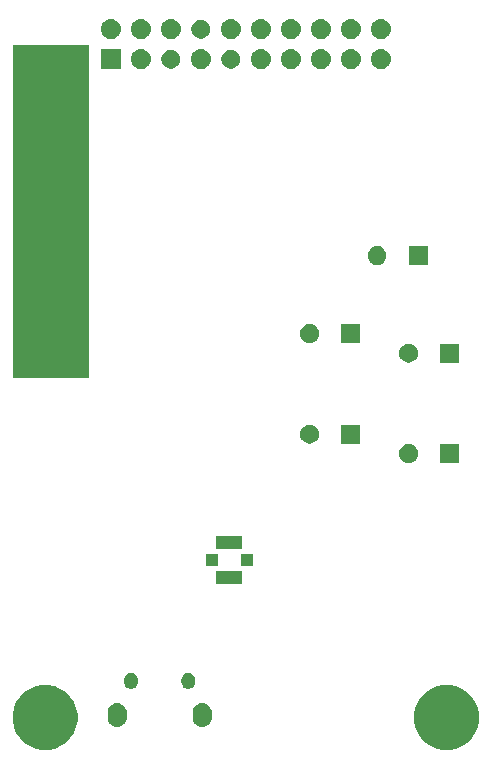
<source format=gbs>
G04 #@! TF.GenerationSoftware,KiCad,Pcbnew,5.1.4-e60b266~84~ubuntu19.04.1*
G04 #@! TF.CreationDate,2019-10-04T13:32:44+08:00*
G04 #@! TF.ProjectId,cicada-2g,63696361-6461-42d3-9267-2e6b69636164,0.1*
G04 #@! TF.SameCoordinates,PX7cee6c0PY3dfd240*
G04 #@! TF.FileFunction,Soldermask,Bot*
G04 #@! TF.FilePolarity,Negative*
%FSLAX46Y46*%
G04 Gerber Fmt 4.6, Leading zero omitted, Abs format (unit mm)*
G04 Created by KiCad (PCBNEW 5.1.4-e60b266~84~ubuntu19.04.1) date 2019-10-04 13:32:44*
%MOMM*%
%LPD*%
G04 APERTURE LIST*
%ADD10C,0.150000*%
G04 APERTURE END LIST*
D10*
G36*
X17802144Y-54355680D02*
G01*
X18302612Y-54562981D01*
X18753022Y-54863935D01*
X19136065Y-55246978D01*
X19437019Y-55697388D01*
X19644320Y-56197856D01*
X19750000Y-56729147D01*
X19750000Y-57270853D01*
X19644320Y-57802144D01*
X19437019Y-58302612D01*
X19136065Y-58753022D01*
X18753022Y-59136065D01*
X18302612Y-59437019D01*
X17802144Y-59644320D01*
X17270853Y-59750000D01*
X16729147Y-59750000D01*
X16197856Y-59644320D01*
X15697388Y-59437019D01*
X15246978Y-59136065D01*
X14863935Y-58753022D01*
X14562981Y-58302612D01*
X14355680Y-57802144D01*
X14250000Y-57270853D01*
X14250000Y-56729147D01*
X14355680Y-56197856D01*
X14562981Y-55697388D01*
X14863935Y-55246978D01*
X15246978Y-54863935D01*
X15697388Y-54562981D01*
X16197856Y-54355680D01*
X16729147Y-54250000D01*
X17270853Y-54250000D01*
X17802144Y-54355680D01*
X17802144Y-54355680D01*
G37*
G36*
X-16197856Y-54355680D02*
G01*
X-15697388Y-54562981D01*
X-15246978Y-54863935D01*
X-14863935Y-55246978D01*
X-14562981Y-55697388D01*
X-14355680Y-56197856D01*
X-14250000Y-56729147D01*
X-14250000Y-57270853D01*
X-14355680Y-57802144D01*
X-14562981Y-58302612D01*
X-14863935Y-58753022D01*
X-15246978Y-59136065D01*
X-15697388Y-59437019D01*
X-16197856Y-59644320D01*
X-16729147Y-59750000D01*
X-17270853Y-59750000D01*
X-17802144Y-59644320D01*
X-18302612Y-59437019D01*
X-18753022Y-59136065D01*
X-19136065Y-58753022D01*
X-19437019Y-58302612D01*
X-19644320Y-57802144D01*
X-19750000Y-57270853D01*
X-19750000Y-56729147D01*
X-19644320Y-56197856D01*
X-19437019Y-55697388D01*
X-19136065Y-55246978D01*
X-18753022Y-54863935D01*
X-18302612Y-54562981D01*
X-17802144Y-54355680D01*
X-17270853Y-54250000D01*
X-16729147Y-54250000D01*
X-16197856Y-54355680D01*
X-16197856Y-54355680D01*
G37*
G36*
X-10740825Y-55811749D02*
G01*
X-10740822Y-55811750D01*
X-10740821Y-55811750D01*
X-10587759Y-55858181D01*
X-10587756Y-55858183D01*
X-10587755Y-55858183D01*
X-10446697Y-55933580D01*
X-10323051Y-56035052D01*
X-10221580Y-56158696D01*
X-10200649Y-56197855D01*
X-10146181Y-56299758D01*
X-10146181Y-56299759D01*
X-10099749Y-56452824D01*
X-10088000Y-56572115D01*
X-10088000Y-57027884D01*
X-10099749Y-57147176D01*
X-10099750Y-57147179D01*
X-10099750Y-57147180D01*
X-10146181Y-57300242D01*
X-10146183Y-57300245D01*
X-10146183Y-57300246D01*
X-10221580Y-57441304D01*
X-10323051Y-57564949D01*
X-10446696Y-57666420D01*
X-10587754Y-57741817D01*
X-10587758Y-57741819D01*
X-10740820Y-57788250D01*
X-10740821Y-57788250D01*
X-10740824Y-57788251D01*
X-10900000Y-57803928D01*
X-11059175Y-57788251D01*
X-11059178Y-57788250D01*
X-11059179Y-57788250D01*
X-11212241Y-57741819D01*
X-11212245Y-57741817D01*
X-11353303Y-57666420D01*
X-11476945Y-57564951D01*
X-11578422Y-57441301D01*
X-11653817Y-57300246D01*
X-11653817Y-57300245D01*
X-11653819Y-57300242D01*
X-11700250Y-57147180D01*
X-11700250Y-57147179D01*
X-11700251Y-57147176D01*
X-11712000Y-57027885D01*
X-11712000Y-56572116D01*
X-11700251Y-56452825D01*
X-11700250Y-56452821D01*
X-11653819Y-56299759D01*
X-11578419Y-56158696D01*
X-11578418Y-56158695D01*
X-11476948Y-56035051D01*
X-11353304Y-55933580D01*
X-11212246Y-55858183D01*
X-11212245Y-55858183D01*
X-11212242Y-55858181D01*
X-11059180Y-55811750D01*
X-11059179Y-55811750D01*
X-11059176Y-55811749D01*
X-10900000Y-55796072D01*
X-10740825Y-55811749D01*
X-10740825Y-55811749D01*
G37*
G36*
X-3540825Y-55811749D02*
G01*
X-3540822Y-55811750D01*
X-3540821Y-55811750D01*
X-3387759Y-55858181D01*
X-3387756Y-55858183D01*
X-3387755Y-55858183D01*
X-3246697Y-55933580D01*
X-3123051Y-56035052D01*
X-3021580Y-56158696D01*
X-3000649Y-56197855D01*
X-2946181Y-56299758D01*
X-2946181Y-56299759D01*
X-2899749Y-56452824D01*
X-2888000Y-56572115D01*
X-2888000Y-57027884D01*
X-2899749Y-57147176D01*
X-2899750Y-57147179D01*
X-2899750Y-57147180D01*
X-2946181Y-57300242D01*
X-2946183Y-57300245D01*
X-2946183Y-57300246D01*
X-3021580Y-57441304D01*
X-3123051Y-57564949D01*
X-3246696Y-57666420D01*
X-3387754Y-57741817D01*
X-3387758Y-57741819D01*
X-3540820Y-57788250D01*
X-3540821Y-57788250D01*
X-3540824Y-57788251D01*
X-3700000Y-57803928D01*
X-3859175Y-57788251D01*
X-3859178Y-57788250D01*
X-3859179Y-57788250D01*
X-4012241Y-57741819D01*
X-4012245Y-57741817D01*
X-4153303Y-57666420D01*
X-4276945Y-57564951D01*
X-4378422Y-57441301D01*
X-4453817Y-57300246D01*
X-4453817Y-57300245D01*
X-4453819Y-57300242D01*
X-4500250Y-57147180D01*
X-4500250Y-57147179D01*
X-4500251Y-57147176D01*
X-4512000Y-57027885D01*
X-4512000Y-56572116D01*
X-4500251Y-56452825D01*
X-4500250Y-56452821D01*
X-4453819Y-56299759D01*
X-4378419Y-56158696D01*
X-4378418Y-56158695D01*
X-4276948Y-56035051D01*
X-4153304Y-55933580D01*
X-4012246Y-55858183D01*
X-4012245Y-55858183D01*
X-4012242Y-55858181D01*
X-3859180Y-55811750D01*
X-3859179Y-55811750D01*
X-3859176Y-55811749D01*
X-3700000Y-55796072D01*
X-3540825Y-55811749D01*
X-3540825Y-55811749D01*
G37*
G36*
X-9622387Y-53232325D02*
G01*
X-9612280Y-53233320D01*
X-9558087Y-53249760D01*
X-9503893Y-53266199D01*
X-9404003Y-53319592D01*
X-9316446Y-53391446D01*
X-9244592Y-53479002D01*
X-9191199Y-53578892D01*
X-9158320Y-53687280D01*
X-9150000Y-53771754D01*
X-9150000Y-54028245D01*
X-9157131Y-54100651D01*
X-9158320Y-54112720D01*
X-9174760Y-54166913D01*
X-9191199Y-54221107D01*
X-9191200Y-54221108D01*
X-9244592Y-54320998D01*
X-9266917Y-54348201D01*
X-9316446Y-54408554D01*
X-9404002Y-54480408D01*
X-9503892Y-54533801D01*
X-9558086Y-54550241D01*
X-9612279Y-54566680D01*
X-9622386Y-54567675D01*
X-9725000Y-54577782D01*
X-9827613Y-54567675D01*
X-9837720Y-54566680D01*
X-9891913Y-54550241D01*
X-9946107Y-54533801D01*
X-10045997Y-54480408D01*
X-10133553Y-54408554D01*
X-10205407Y-54320998D01*
X-10258801Y-54221108D01*
X-10291680Y-54112720D01*
X-10300000Y-54028246D01*
X-10300000Y-53771755D01*
X-10291680Y-53687281D01*
X-10291679Y-53687279D01*
X-10258801Y-53578894D01*
X-10258801Y-53578893D01*
X-10205408Y-53479003D01*
X-10133554Y-53391446D01*
X-10045998Y-53319592D01*
X-9946108Y-53266199D01*
X-9891914Y-53249760D01*
X-9837721Y-53233320D01*
X-9827614Y-53232325D01*
X-9725000Y-53222218D01*
X-9622387Y-53232325D01*
X-9622387Y-53232325D01*
G37*
G36*
X-4772387Y-53232325D02*
G01*
X-4762280Y-53233320D01*
X-4708087Y-53249760D01*
X-4653893Y-53266199D01*
X-4554003Y-53319592D01*
X-4466446Y-53391446D01*
X-4394592Y-53479002D01*
X-4341199Y-53578892D01*
X-4308320Y-53687280D01*
X-4300000Y-53771754D01*
X-4300000Y-54028245D01*
X-4307131Y-54100651D01*
X-4308320Y-54112720D01*
X-4324760Y-54166913D01*
X-4341199Y-54221107D01*
X-4341200Y-54221108D01*
X-4394592Y-54320998D01*
X-4416917Y-54348201D01*
X-4466446Y-54408554D01*
X-4554002Y-54480408D01*
X-4653892Y-54533801D01*
X-4708086Y-54550241D01*
X-4762279Y-54566680D01*
X-4772386Y-54567675D01*
X-4875000Y-54577782D01*
X-4977613Y-54567675D01*
X-4987720Y-54566680D01*
X-5041913Y-54550241D01*
X-5096107Y-54533801D01*
X-5195997Y-54480408D01*
X-5283553Y-54408554D01*
X-5355407Y-54320998D01*
X-5408801Y-54221108D01*
X-5441680Y-54112720D01*
X-5450000Y-54028246D01*
X-5450000Y-53771755D01*
X-5441680Y-53687281D01*
X-5441679Y-53687279D01*
X-5408801Y-53578894D01*
X-5408801Y-53578893D01*
X-5355408Y-53479003D01*
X-5283554Y-53391446D01*
X-5195998Y-53319592D01*
X-5096108Y-53266199D01*
X-5041914Y-53249760D01*
X-4987721Y-53233320D01*
X-4977614Y-53232325D01*
X-4875000Y-53222218D01*
X-4772387Y-53232325D01*
X-4772387Y-53232325D01*
G37*
G36*
X-290000Y-45690000D02*
G01*
X-2490000Y-45690000D01*
X-2490000Y-44640000D01*
X-290000Y-44640000D01*
X-290000Y-45690000D01*
X-290000Y-45690000D01*
G37*
G36*
X610000Y-44190000D02*
G01*
X-390000Y-44190000D01*
X-390000Y-43190000D01*
X610000Y-43190000D01*
X610000Y-44190000D01*
X610000Y-44190000D01*
G37*
G36*
X-2390000Y-44190000D02*
G01*
X-3390000Y-44190000D01*
X-3390000Y-43190000D01*
X-2390000Y-43190000D01*
X-2390000Y-44190000D01*
X-2390000Y-44190000D01*
G37*
G36*
X-290000Y-42740000D02*
G01*
X-2490000Y-42740000D01*
X-2490000Y-41690000D01*
X-290000Y-41690000D01*
X-290000Y-42740000D01*
X-290000Y-42740000D01*
G37*
G36*
X18072000Y-35471000D02*
G01*
X16472000Y-35471000D01*
X16472000Y-33871000D01*
X18072000Y-33871000D01*
X18072000Y-35471000D01*
X18072000Y-35471000D01*
G37*
G36*
X14005351Y-33901743D02*
G01*
X14150941Y-33962048D01*
X14281970Y-34049599D01*
X14393401Y-34161030D01*
X14480952Y-34292059D01*
X14541257Y-34437649D01*
X14572000Y-34592206D01*
X14572000Y-34749794D01*
X14541257Y-34904351D01*
X14480952Y-35049941D01*
X14393401Y-35180970D01*
X14281970Y-35292401D01*
X14150941Y-35379952D01*
X14005351Y-35440257D01*
X13850794Y-35471000D01*
X13693206Y-35471000D01*
X13538649Y-35440257D01*
X13393059Y-35379952D01*
X13262030Y-35292401D01*
X13150599Y-35180970D01*
X13063048Y-35049941D01*
X13002743Y-34904351D01*
X12972000Y-34749794D01*
X12972000Y-34592206D01*
X13002743Y-34437649D01*
X13063048Y-34292059D01*
X13150599Y-34161030D01*
X13262030Y-34049599D01*
X13393059Y-33962048D01*
X13538649Y-33901743D01*
X13693206Y-33871000D01*
X13850794Y-33871000D01*
X14005351Y-33901743D01*
X14005351Y-33901743D01*
G37*
G36*
X9690000Y-33820000D02*
G01*
X8090000Y-33820000D01*
X8090000Y-32220000D01*
X9690000Y-32220000D01*
X9690000Y-33820000D01*
X9690000Y-33820000D01*
G37*
G36*
X5623351Y-32250743D02*
G01*
X5768941Y-32311048D01*
X5899970Y-32398599D01*
X6011401Y-32510030D01*
X6098952Y-32641059D01*
X6159257Y-32786649D01*
X6190000Y-32941206D01*
X6190000Y-33098794D01*
X6159257Y-33253351D01*
X6098952Y-33398941D01*
X6011401Y-33529970D01*
X5899970Y-33641401D01*
X5768941Y-33728952D01*
X5623351Y-33789257D01*
X5468794Y-33820000D01*
X5311206Y-33820000D01*
X5156649Y-33789257D01*
X5011059Y-33728952D01*
X4880030Y-33641401D01*
X4768599Y-33529970D01*
X4681048Y-33398941D01*
X4620743Y-33253351D01*
X4590000Y-33098794D01*
X4590000Y-32941206D01*
X4620743Y-32786649D01*
X4681048Y-32641059D01*
X4768599Y-32510030D01*
X4880030Y-32398599D01*
X5011059Y-32311048D01*
X5156649Y-32250743D01*
X5311206Y-32220000D01*
X5468794Y-32220000D01*
X5623351Y-32250743D01*
X5623351Y-32250743D01*
G37*
G36*
X-13250000Y-28240000D02*
G01*
X-19750000Y-28240000D01*
X-19750000Y-40000D01*
X-13250000Y-40000D01*
X-13250000Y-28240000D01*
X-13250000Y-28240000D01*
G37*
G36*
X14005351Y-25392743D02*
G01*
X14150941Y-25453048D01*
X14281970Y-25540599D01*
X14393401Y-25652030D01*
X14480952Y-25783059D01*
X14541257Y-25928649D01*
X14572000Y-26083206D01*
X14572000Y-26240794D01*
X14541257Y-26395351D01*
X14480952Y-26540941D01*
X14393401Y-26671970D01*
X14281970Y-26783401D01*
X14150941Y-26870952D01*
X14005351Y-26931257D01*
X13850794Y-26962000D01*
X13693206Y-26962000D01*
X13538649Y-26931257D01*
X13393059Y-26870952D01*
X13262030Y-26783401D01*
X13150599Y-26671970D01*
X13063048Y-26540941D01*
X13002743Y-26395351D01*
X12972000Y-26240794D01*
X12972000Y-26083206D01*
X13002743Y-25928649D01*
X13063048Y-25783059D01*
X13150599Y-25652030D01*
X13262030Y-25540599D01*
X13393059Y-25453048D01*
X13538649Y-25392743D01*
X13693206Y-25362000D01*
X13850794Y-25362000D01*
X14005351Y-25392743D01*
X14005351Y-25392743D01*
G37*
G36*
X18072000Y-26962000D02*
G01*
X16472000Y-26962000D01*
X16472000Y-25362000D01*
X18072000Y-25362000D01*
X18072000Y-26962000D01*
X18072000Y-26962000D01*
G37*
G36*
X9690000Y-25311000D02*
G01*
X8090000Y-25311000D01*
X8090000Y-23711000D01*
X9690000Y-23711000D01*
X9690000Y-25311000D01*
X9690000Y-25311000D01*
G37*
G36*
X5623351Y-23741743D02*
G01*
X5768941Y-23802048D01*
X5899970Y-23889599D01*
X6011401Y-24001030D01*
X6098952Y-24132059D01*
X6159257Y-24277649D01*
X6190000Y-24432206D01*
X6190000Y-24589794D01*
X6159257Y-24744351D01*
X6098952Y-24889941D01*
X6011401Y-25020970D01*
X5899970Y-25132401D01*
X5768941Y-25219952D01*
X5623351Y-25280257D01*
X5468794Y-25311000D01*
X5311206Y-25311000D01*
X5156649Y-25280257D01*
X5011059Y-25219952D01*
X4880030Y-25132401D01*
X4768599Y-25020970D01*
X4681048Y-24889941D01*
X4620743Y-24744351D01*
X4590000Y-24589794D01*
X4590000Y-24432206D01*
X4620743Y-24277649D01*
X4681048Y-24132059D01*
X4768599Y-24001030D01*
X4880030Y-23889599D01*
X5011059Y-23802048D01*
X5156649Y-23741743D01*
X5311206Y-23711000D01*
X5468794Y-23711000D01*
X5623351Y-23741743D01*
X5623351Y-23741743D01*
G37*
G36*
X11338351Y-17137743D02*
G01*
X11483941Y-17198048D01*
X11614970Y-17285599D01*
X11726401Y-17397030D01*
X11813952Y-17528059D01*
X11874257Y-17673649D01*
X11905000Y-17828206D01*
X11905000Y-17985794D01*
X11874257Y-18140351D01*
X11813952Y-18285941D01*
X11726401Y-18416970D01*
X11614970Y-18528401D01*
X11483941Y-18615952D01*
X11338351Y-18676257D01*
X11183794Y-18707000D01*
X11026206Y-18707000D01*
X10871649Y-18676257D01*
X10726059Y-18615952D01*
X10595030Y-18528401D01*
X10483599Y-18416970D01*
X10396048Y-18285941D01*
X10335743Y-18140351D01*
X10305000Y-17985794D01*
X10305000Y-17828206D01*
X10335743Y-17673649D01*
X10396048Y-17528059D01*
X10483599Y-17397030D01*
X10595030Y-17285599D01*
X10726059Y-17198048D01*
X10871649Y-17137743D01*
X11026206Y-17107000D01*
X11183794Y-17107000D01*
X11338351Y-17137743D01*
X11338351Y-17137743D01*
G37*
G36*
X15405000Y-18707000D02*
G01*
X13805000Y-18707000D01*
X13805000Y-17107000D01*
X15405000Y-17107000D01*
X15405000Y-18707000D01*
X15405000Y-18707000D01*
G37*
G36*
X-8723373Y-432299D02*
G01*
X-8643258Y-456602D01*
X-8563145Y-480903D01*
X-8563143Y-480904D01*
X-8415482Y-559831D01*
X-8286051Y-666051D01*
X-8179831Y-795482D01*
X-8100904Y-943143D01*
X-8052299Y-1103373D01*
X-8035888Y-1270000D01*
X-8052299Y-1436627D01*
X-8100904Y-1596857D01*
X-8179831Y-1744518D01*
X-8286051Y-1873949D01*
X-8415482Y-1980169D01*
X-8526027Y-2039257D01*
X-8563145Y-2059097D01*
X-8643258Y-2083398D01*
X-8723373Y-2107701D01*
X-8848248Y-2120000D01*
X-8931752Y-2120000D01*
X-9056627Y-2107701D01*
X-9136742Y-2083398D01*
X-9216855Y-2059097D01*
X-9253973Y-2039257D01*
X-9364518Y-1980169D01*
X-9493949Y-1873949D01*
X-9600169Y-1744518D01*
X-9679096Y-1596857D01*
X-9727701Y-1436627D01*
X-9744112Y-1270000D01*
X-9727701Y-1103373D01*
X-9679096Y-943143D01*
X-9600169Y-795482D01*
X-9493949Y-666051D01*
X-9364518Y-559831D01*
X-9216857Y-480904D01*
X-9216855Y-480903D01*
X-9136742Y-456602D01*
X-9056627Y-432299D01*
X-8931752Y-420000D01*
X-8848248Y-420000D01*
X-8723373Y-432299D01*
X-8723373Y-432299D01*
G37*
G36*
X-10580000Y-2120000D02*
G01*
X-12280000Y-2120000D01*
X-12280000Y-420000D01*
X-10580000Y-420000D01*
X-10580000Y-2120000D01*
X-10580000Y-2120000D01*
G37*
G36*
X-3643373Y-432299D02*
G01*
X-3563258Y-456602D01*
X-3483145Y-480903D01*
X-3483143Y-480904D01*
X-3335482Y-559831D01*
X-3206051Y-666051D01*
X-3099831Y-795482D01*
X-3020904Y-943143D01*
X-2972299Y-1103373D01*
X-2955888Y-1270000D01*
X-2972299Y-1436627D01*
X-3020904Y-1596857D01*
X-3099831Y-1744518D01*
X-3206051Y-1873949D01*
X-3335482Y-1980169D01*
X-3446027Y-2039257D01*
X-3483145Y-2059097D01*
X-3563258Y-2083398D01*
X-3643373Y-2107701D01*
X-3768248Y-2120000D01*
X-3851752Y-2120000D01*
X-3976627Y-2107701D01*
X-4056742Y-2083398D01*
X-4136855Y-2059097D01*
X-4173973Y-2039257D01*
X-4284518Y-1980169D01*
X-4413949Y-1873949D01*
X-4520169Y-1744518D01*
X-4599096Y-1596857D01*
X-4647701Y-1436627D01*
X-4664112Y-1270000D01*
X-4647701Y-1103373D01*
X-4599096Y-943143D01*
X-4520169Y-795482D01*
X-4413949Y-666051D01*
X-4284518Y-559831D01*
X-4136857Y-480904D01*
X-4136855Y-480903D01*
X-4056742Y-456602D01*
X-3976627Y-432299D01*
X-3851752Y-420000D01*
X-3768248Y-420000D01*
X-3643373Y-432299D01*
X-3643373Y-432299D01*
G37*
G36*
X1436627Y-432299D02*
G01*
X1516742Y-456602D01*
X1596855Y-480903D01*
X1596857Y-480904D01*
X1744518Y-559831D01*
X1873949Y-666051D01*
X1980169Y-795482D01*
X2059096Y-943143D01*
X2107701Y-1103373D01*
X2124112Y-1270000D01*
X2107701Y-1436627D01*
X2059096Y-1596857D01*
X1980169Y-1744518D01*
X1873949Y-1873949D01*
X1744518Y-1980169D01*
X1633973Y-2039257D01*
X1596855Y-2059097D01*
X1516742Y-2083398D01*
X1436627Y-2107701D01*
X1311752Y-2120000D01*
X1228248Y-2120000D01*
X1103373Y-2107701D01*
X1023258Y-2083398D01*
X943145Y-2059097D01*
X906027Y-2039257D01*
X795482Y-1980169D01*
X666051Y-1873949D01*
X559831Y-1744518D01*
X480904Y-1596857D01*
X432299Y-1436627D01*
X415888Y-1270000D01*
X432299Y-1103373D01*
X480904Y-943143D01*
X559831Y-795482D01*
X666051Y-666051D01*
X795482Y-559831D01*
X943143Y-480904D01*
X943145Y-480903D01*
X1023258Y-456602D01*
X1103373Y-432299D01*
X1228248Y-420000D01*
X1311752Y-420000D01*
X1436627Y-432299D01*
X1436627Y-432299D01*
G37*
G36*
X3976627Y-432299D02*
G01*
X4056742Y-456602D01*
X4136855Y-480903D01*
X4136857Y-480904D01*
X4284518Y-559831D01*
X4413949Y-666051D01*
X4520169Y-795482D01*
X4599096Y-943143D01*
X4647701Y-1103373D01*
X4664112Y-1270000D01*
X4647701Y-1436627D01*
X4599096Y-1596857D01*
X4520169Y-1744518D01*
X4413949Y-1873949D01*
X4284518Y-1980169D01*
X4173973Y-2039257D01*
X4136855Y-2059097D01*
X4056742Y-2083398D01*
X3976627Y-2107701D01*
X3851752Y-2120000D01*
X3768248Y-2120000D01*
X3643373Y-2107701D01*
X3563258Y-2083398D01*
X3483145Y-2059097D01*
X3446027Y-2039257D01*
X3335482Y-1980169D01*
X3206051Y-1873949D01*
X3099831Y-1744518D01*
X3020904Y-1596857D01*
X2972299Y-1436627D01*
X2955888Y-1270000D01*
X2972299Y-1103373D01*
X3020904Y-943143D01*
X3099831Y-795482D01*
X3206051Y-666051D01*
X3335482Y-559831D01*
X3483143Y-480904D01*
X3483145Y-480903D01*
X3563258Y-456602D01*
X3643373Y-432299D01*
X3768248Y-420000D01*
X3851752Y-420000D01*
X3976627Y-432299D01*
X3976627Y-432299D01*
G37*
G36*
X6516627Y-432299D02*
G01*
X6596742Y-456602D01*
X6676855Y-480903D01*
X6676857Y-480904D01*
X6824518Y-559831D01*
X6953949Y-666051D01*
X7060169Y-795482D01*
X7139096Y-943143D01*
X7187701Y-1103373D01*
X7204112Y-1270000D01*
X7187701Y-1436627D01*
X7139096Y-1596857D01*
X7060169Y-1744518D01*
X6953949Y-1873949D01*
X6824518Y-1980169D01*
X6713973Y-2039257D01*
X6676855Y-2059097D01*
X6596742Y-2083398D01*
X6516627Y-2107701D01*
X6391752Y-2120000D01*
X6308248Y-2120000D01*
X6183373Y-2107701D01*
X6103258Y-2083398D01*
X6023145Y-2059097D01*
X5986027Y-2039257D01*
X5875482Y-1980169D01*
X5746051Y-1873949D01*
X5639831Y-1744518D01*
X5560904Y-1596857D01*
X5512299Y-1436627D01*
X5495888Y-1270000D01*
X5512299Y-1103373D01*
X5560904Y-943143D01*
X5639831Y-795482D01*
X5746051Y-666051D01*
X5875482Y-559831D01*
X6023143Y-480904D01*
X6023145Y-480903D01*
X6103258Y-456602D01*
X6183373Y-432299D01*
X6308248Y-420000D01*
X6391752Y-420000D01*
X6516627Y-432299D01*
X6516627Y-432299D01*
G37*
G36*
X9056627Y-432299D02*
G01*
X9136742Y-456602D01*
X9216855Y-480903D01*
X9216857Y-480904D01*
X9364518Y-559831D01*
X9493949Y-666051D01*
X9600169Y-795482D01*
X9679096Y-943143D01*
X9727701Y-1103373D01*
X9744112Y-1270000D01*
X9727701Y-1436627D01*
X9679096Y-1596857D01*
X9600169Y-1744518D01*
X9493949Y-1873949D01*
X9364518Y-1980169D01*
X9253973Y-2039257D01*
X9216855Y-2059097D01*
X9136742Y-2083398D01*
X9056627Y-2107701D01*
X8931752Y-2120000D01*
X8848248Y-2120000D01*
X8723373Y-2107701D01*
X8643258Y-2083398D01*
X8563145Y-2059097D01*
X8526027Y-2039257D01*
X8415482Y-1980169D01*
X8286051Y-1873949D01*
X8179831Y-1744518D01*
X8100904Y-1596857D01*
X8052299Y-1436627D01*
X8035888Y-1270000D01*
X8052299Y-1103373D01*
X8100904Y-943143D01*
X8179831Y-795482D01*
X8286051Y-666051D01*
X8415482Y-559831D01*
X8563143Y-480904D01*
X8563145Y-480903D01*
X8643258Y-456602D01*
X8723373Y-432299D01*
X8848248Y-420000D01*
X8931752Y-420000D01*
X9056627Y-432299D01*
X9056627Y-432299D01*
G37*
G36*
X11596627Y-432299D02*
G01*
X11676742Y-456602D01*
X11756855Y-480903D01*
X11756857Y-480904D01*
X11904518Y-559831D01*
X12033949Y-666051D01*
X12140169Y-795482D01*
X12219096Y-943143D01*
X12267701Y-1103373D01*
X12284112Y-1270000D01*
X12267701Y-1436627D01*
X12219096Y-1596857D01*
X12140169Y-1744518D01*
X12033949Y-1873949D01*
X11904518Y-1980169D01*
X11793973Y-2039257D01*
X11756855Y-2059097D01*
X11676742Y-2083398D01*
X11596627Y-2107701D01*
X11471752Y-2120000D01*
X11388248Y-2120000D01*
X11263373Y-2107701D01*
X11183258Y-2083398D01*
X11103145Y-2059097D01*
X11066027Y-2039257D01*
X10955482Y-1980169D01*
X10826051Y-1873949D01*
X10719831Y-1744518D01*
X10640904Y-1596857D01*
X10592299Y-1436627D01*
X10575888Y-1270000D01*
X10592299Y-1103373D01*
X10640904Y-943143D01*
X10719831Y-795482D01*
X10826051Y-666051D01*
X10955482Y-559831D01*
X11103143Y-480904D01*
X11103145Y-480903D01*
X11183258Y-456602D01*
X11263373Y-432299D01*
X11388248Y-420000D01*
X11471752Y-420000D01*
X11596627Y-432299D01*
X11596627Y-432299D01*
G37*
G36*
X-1036649Y-500743D02*
G01*
X-891059Y-561048D01*
X-760030Y-648599D01*
X-648599Y-760030D01*
X-561048Y-891059D01*
X-500743Y-1036649D01*
X-470000Y-1191206D01*
X-470000Y-1348794D01*
X-500743Y-1503351D01*
X-561048Y-1648941D01*
X-648599Y-1779970D01*
X-760030Y-1891401D01*
X-891059Y-1978952D01*
X-1036649Y-2039257D01*
X-1191206Y-2070000D01*
X-1348794Y-2070000D01*
X-1503351Y-2039257D01*
X-1648941Y-1978952D01*
X-1779970Y-1891401D01*
X-1891401Y-1779970D01*
X-1978952Y-1648941D01*
X-2039257Y-1503351D01*
X-2070000Y-1348794D01*
X-2070000Y-1191206D01*
X-2039257Y-1036649D01*
X-1978952Y-891059D01*
X-1891401Y-760030D01*
X-1779970Y-648599D01*
X-1648941Y-561048D01*
X-1503351Y-500743D01*
X-1348794Y-470000D01*
X-1191206Y-470000D01*
X-1036649Y-500743D01*
X-1036649Y-500743D01*
G37*
G36*
X-6116649Y-500743D02*
G01*
X-5971059Y-561048D01*
X-5840030Y-648599D01*
X-5728599Y-760030D01*
X-5641048Y-891059D01*
X-5580743Y-1036649D01*
X-5550000Y-1191206D01*
X-5550000Y-1348794D01*
X-5580743Y-1503351D01*
X-5641048Y-1648941D01*
X-5728599Y-1779970D01*
X-5840030Y-1891401D01*
X-5971059Y-1978952D01*
X-6116649Y-2039257D01*
X-6271206Y-2070000D01*
X-6428794Y-2070000D01*
X-6583351Y-2039257D01*
X-6728941Y-1978952D01*
X-6859970Y-1891401D01*
X-6971401Y-1779970D01*
X-7058952Y-1648941D01*
X-7119257Y-1503351D01*
X-7150000Y-1348794D01*
X-7150000Y-1191206D01*
X-7119257Y-1036649D01*
X-7058952Y-891059D01*
X-6971401Y-760030D01*
X-6859970Y-648599D01*
X-6728941Y-561048D01*
X-6583351Y-500743D01*
X-6428794Y-470000D01*
X-6271206Y-470000D01*
X-6116649Y-500743D01*
X-6116649Y-500743D01*
G37*
G36*
X1436627Y2107701D02*
G01*
X1516742Y2083398D01*
X1596855Y2059097D01*
X1596857Y2059096D01*
X1744518Y1980169D01*
X1873949Y1873949D01*
X1980169Y1744518D01*
X2059096Y1596857D01*
X2107701Y1436627D01*
X2124112Y1270000D01*
X2107701Y1103373D01*
X2059096Y943143D01*
X1980169Y795482D01*
X1873949Y666051D01*
X1744518Y559831D01*
X1633973Y500743D01*
X1596855Y480903D01*
X1516742Y456601D01*
X1436627Y432299D01*
X1311752Y420000D01*
X1228248Y420000D01*
X1103373Y432299D01*
X1023258Y456602D01*
X943145Y480903D01*
X906027Y500743D01*
X795482Y559831D01*
X666051Y666051D01*
X559831Y795482D01*
X480904Y943143D01*
X432299Y1103373D01*
X415888Y1270000D01*
X432299Y1436627D01*
X480904Y1596857D01*
X559831Y1744518D01*
X666051Y1873949D01*
X795482Y1980169D01*
X943143Y2059096D01*
X943145Y2059097D01*
X1023258Y2083398D01*
X1103373Y2107701D01*
X1228248Y2120000D01*
X1311752Y2120000D01*
X1436627Y2107701D01*
X1436627Y2107701D01*
G37*
G36*
X-8723373Y2107701D02*
G01*
X-8643258Y2083398D01*
X-8563145Y2059097D01*
X-8563143Y2059096D01*
X-8415482Y1980169D01*
X-8286051Y1873949D01*
X-8179831Y1744518D01*
X-8100904Y1596857D01*
X-8052299Y1436627D01*
X-8035888Y1270000D01*
X-8052299Y1103373D01*
X-8100904Y943143D01*
X-8179831Y795482D01*
X-8286051Y666051D01*
X-8415482Y559831D01*
X-8526027Y500743D01*
X-8563145Y480903D01*
X-8643258Y456601D01*
X-8723373Y432299D01*
X-8848248Y420000D01*
X-8931752Y420000D01*
X-9056627Y432299D01*
X-9136742Y456602D01*
X-9216855Y480903D01*
X-9253973Y500743D01*
X-9364518Y559831D01*
X-9493949Y666051D01*
X-9600169Y795482D01*
X-9679096Y943143D01*
X-9727701Y1103373D01*
X-9744112Y1270000D01*
X-9727701Y1436627D01*
X-9679096Y1596857D01*
X-9600169Y1744518D01*
X-9493949Y1873949D01*
X-9364518Y1980169D01*
X-9216857Y2059096D01*
X-9216855Y2059097D01*
X-9136742Y2083398D01*
X-9056627Y2107701D01*
X-8931752Y2120000D01*
X-8848248Y2120000D01*
X-8723373Y2107701D01*
X-8723373Y2107701D01*
G37*
G36*
X3976627Y2107701D02*
G01*
X4056742Y2083398D01*
X4136855Y2059097D01*
X4136857Y2059096D01*
X4284518Y1980169D01*
X4413949Y1873949D01*
X4520169Y1744518D01*
X4599096Y1596857D01*
X4647701Y1436627D01*
X4664112Y1270000D01*
X4647701Y1103373D01*
X4599096Y943143D01*
X4520169Y795482D01*
X4413949Y666051D01*
X4284518Y559831D01*
X4173973Y500743D01*
X4136855Y480903D01*
X4056742Y456601D01*
X3976627Y432299D01*
X3851752Y420000D01*
X3768248Y420000D01*
X3643373Y432299D01*
X3563258Y456602D01*
X3483145Y480903D01*
X3446027Y500743D01*
X3335482Y559831D01*
X3206051Y666051D01*
X3099831Y795482D01*
X3020904Y943143D01*
X2972299Y1103373D01*
X2955888Y1270000D01*
X2972299Y1436627D01*
X3020904Y1596857D01*
X3099831Y1744518D01*
X3206051Y1873949D01*
X3335482Y1980169D01*
X3483143Y2059096D01*
X3483145Y2059097D01*
X3563258Y2083398D01*
X3643373Y2107701D01*
X3768248Y2120000D01*
X3851752Y2120000D01*
X3976627Y2107701D01*
X3976627Y2107701D01*
G37*
G36*
X-6183373Y2107701D02*
G01*
X-6103258Y2083398D01*
X-6023145Y2059097D01*
X-6023143Y2059096D01*
X-5875482Y1980169D01*
X-5746051Y1873949D01*
X-5639831Y1744518D01*
X-5560904Y1596857D01*
X-5512299Y1436627D01*
X-5495888Y1270000D01*
X-5512299Y1103373D01*
X-5560904Y943143D01*
X-5639831Y795482D01*
X-5746051Y666051D01*
X-5875482Y559831D01*
X-5986027Y500743D01*
X-6023145Y480903D01*
X-6103258Y456601D01*
X-6183373Y432299D01*
X-6308248Y420000D01*
X-6391752Y420000D01*
X-6516627Y432299D01*
X-6596742Y456602D01*
X-6676855Y480903D01*
X-6713973Y500743D01*
X-6824518Y559831D01*
X-6953949Y666051D01*
X-7060169Y795482D01*
X-7139096Y943143D01*
X-7187701Y1103373D01*
X-7204112Y1270000D01*
X-7187701Y1436627D01*
X-7139096Y1596857D01*
X-7060169Y1744518D01*
X-6953949Y1873949D01*
X-6824518Y1980169D01*
X-6676857Y2059096D01*
X-6676855Y2059097D01*
X-6596742Y2083398D01*
X-6516627Y2107701D01*
X-6391752Y2120000D01*
X-6308248Y2120000D01*
X-6183373Y2107701D01*
X-6183373Y2107701D01*
G37*
G36*
X6516627Y2107701D02*
G01*
X6596742Y2083398D01*
X6676855Y2059097D01*
X6676857Y2059096D01*
X6824518Y1980169D01*
X6953949Y1873949D01*
X7060169Y1744518D01*
X7139096Y1596857D01*
X7187701Y1436627D01*
X7204112Y1270000D01*
X7187701Y1103373D01*
X7139096Y943143D01*
X7060169Y795482D01*
X6953949Y666051D01*
X6824518Y559831D01*
X6713973Y500743D01*
X6676855Y480903D01*
X6596742Y456601D01*
X6516627Y432299D01*
X6391752Y420000D01*
X6308248Y420000D01*
X6183373Y432299D01*
X6103258Y456602D01*
X6023145Y480903D01*
X5986027Y500743D01*
X5875482Y559831D01*
X5746051Y666051D01*
X5639831Y795482D01*
X5560904Y943143D01*
X5512299Y1103373D01*
X5495888Y1270000D01*
X5512299Y1436627D01*
X5560904Y1596857D01*
X5639831Y1744518D01*
X5746051Y1873949D01*
X5875482Y1980169D01*
X6023143Y2059096D01*
X6023145Y2059097D01*
X6103258Y2083398D01*
X6183373Y2107701D01*
X6308248Y2120000D01*
X6391752Y2120000D01*
X6516627Y2107701D01*
X6516627Y2107701D01*
G37*
G36*
X-1103373Y2107701D02*
G01*
X-1023258Y2083398D01*
X-943145Y2059097D01*
X-943143Y2059096D01*
X-795482Y1980169D01*
X-666051Y1873949D01*
X-559831Y1744518D01*
X-480904Y1596857D01*
X-432299Y1436627D01*
X-415888Y1270000D01*
X-432299Y1103373D01*
X-480904Y943143D01*
X-559831Y795482D01*
X-666051Y666051D01*
X-795482Y559831D01*
X-906027Y500743D01*
X-943145Y480903D01*
X-1023258Y456601D01*
X-1103373Y432299D01*
X-1228248Y420000D01*
X-1311752Y420000D01*
X-1436627Y432299D01*
X-1516742Y456602D01*
X-1596855Y480903D01*
X-1633973Y500743D01*
X-1744518Y559831D01*
X-1873949Y666051D01*
X-1980169Y795482D01*
X-2059096Y943143D01*
X-2107701Y1103373D01*
X-2124112Y1270000D01*
X-2107701Y1436627D01*
X-2059096Y1596857D01*
X-1980169Y1744518D01*
X-1873949Y1873949D01*
X-1744518Y1980169D01*
X-1596857Y2059096D01*
X-1596855Y2059097D01*
X-1516742Y2083398D01*
X-1436627Y2107701D01*
X-1311752Y2120000D01*
X-1228248Y2120000D01*
X-1103373Y2107701D01*
X-1103373Y2107701D01*
G37*
G36*
X9056627Y2107701D02*
G01*
X9136742Y2083398D01*
X9216855Y2059097D01*
X9216857Y2059096D01*
X9364518Y1980169D01*
X9493949Y1873949D01*
X9600169Y1744518D01*
X9679096Y1596857D01*
X9727701Y1436627D01*
X9744112Y1270000D01*
X9727701Y1103373D01*
X9679096Y943143D01*
X9600169Y795482D01*
X9493949Y666051D01*
X9364518Y559831D01*
X9253973Y500743D01*
X9216855Y480903D01*
X9136742Y456601D01*
X9056627Y432299D01*
X8931752Y420000D01*
X8848248Y420000D01*
X8723373Y432299D01*
X8643258Y456602D01*
X8563145Y480903D01*
X8526027Y500743D01*
X8415482Y559831D01*
X8286051Y666051D01*
X8179831Y795482D01*
X8100904Y943143D01*
X8052299Y1103373D01*
X8035888Y1270000D01*
X8052299Y1436627D01*
X8100904Y1596857D01*
X8179831Y1744518D01*
X8286051Y1873949D01*
X8415482Y1980169D01*
X8563143Y2059096D01*
X8563145Y2059097D01*
X8643258Y2083398D01*
X8723373Y2107701D01*
X8848248Y2120000D01*
X8931752Y2120000D01*
X9056627Y2107701D01*
X9056627Y2107701D01*
G37*
G36*
X11596627Y2107701D02*
G01*
X11676742Y2083398D01*
X11756855Y2059097D01*
X11756857Y2059096D01*
X11904518Y1980169D01*
X12033949Y1873949D01*
X12140169Y1744518D01*
X12219096Y1596857D01*
X12267701Y1436627D01*
X12284112Y1270000D01*
X12267701Y1103373D01*
X12219096Y943143D01*
X12140169Y795482D01*
X12033949Y666051D01*
X11904518Y559831D01*
X11793973Y500743D01*
X11756855Y480903D01*
X11676742Y456601D01*
X11596627Y432299D01*
X11471752Y420000D01*
X11388248Y420000D01*
X11263373Y432299D01*
X11183258Y456602D01*
X11103145Y480903D01*
X11066027Y500743D01*
X10955482Y559831D01*
X10826051Y666051D01*
X10719831Y795482D01*
X10640904Y943143D01*
X10592299Y1103373D01*
X10575888Y1270000D01*
X10592299Y1436627D01*
X10640904Y1596857D01*
X10719831Y1744518D01*
X10826051Y1873949D01*
X10955482Y1980169D01*
X11103143Y2059096D01*
X11103145Y2059097D01*
X11183258Y2083398D01*
X11263373Y2107701D01*
X11388248Y2120000D01*
X11471752Y2120000D01*
X11596627Y2107701D01*
X11596627Y2107701D01*
G37*
G36*
X-11263373Y2107701D02*
G01*
X-11183258Y2083398D01*
X-11103145Y2059097D01*
X-11103143Y2059096D01*
X-10955482Y1980169D01*
X-10826051Y1873949D01*
X-10719831Y1744518D01*
X-10640904Y1596857D01*
X-10592299Y1436627D01*
X-10575888Y1270000D01*
X-10592299Y1103373D01*
X-10640904Y943143D01*
X-10719831Y795482D01*
X-10826051Y666051D01*
X-10955482Y559831D01*
X-11066027Y500743D01*
X-11103145Y480903D01*
X-11183258Y456601D01*
X-11263373Y432299D01*
X-11388248Y420000D01*
X-11471752Y420000D01*
X-11596627Y432299D01*
X-11676742Y456602D01*
X-11756855Y480903D01*
X-11793973Y500743D01*
X-11904518Y559831D01*
X-12033949Y666051D01*
X-12140169Y795482D01*
X-12219096Y943143D01*
X-12267701Y1103373D01*
X-12284112Y1270000D01*
X-12267701Y1436627D01*
X-12219096Y1596857D01*
X-12140169Y1744518D01*
X-12033949Y1873949D01*
X-11904518Y1980169D01*
X-11756857Y2059096D01*
X-11756855Y2059097D01*
X-11676742Y2083398D01*
X-11596627Y2107701D01*
X-11471752Y2120000D01*
X-11388248Y2120000D01*
X-11263373Y2107701D01*
X-11263373Y2107701D01*
G37*
G36*
X-3576649Y2039257D02*
G01*
X-3431059Y1978952D01*
X-3300030Y1891401D01*
X-3188599Y1779970D01*
X-3101048Y1648941D01*
X-3040743Y1503351D01*
X-3010000Y1348794D01*
X-3010000Y1191206D01*
X-3040743Y1036649D01*
X-3101048Y891059D01*
X-3188599Y760030D01*
X-3300030Y648599D01*
X-3431059Y561048D01*
X-3576649Y500743D01*
X-3731206Y470000D01*
X-3888794Y470000D01*
X-4043351Y500743D01*
X-4188941Y561048D01*
X-4319970Y648599D01*
X-4431401Y760030D01*
X-4518952Y891059D01*
X-4579257Y1036649D01*
X-4610000Y1191206D01*
X-4610000Y1348794D01*
X-4579257Y1503351D01*
X-4518952Y1648941D01*
X-4431401Y1779970D01*
X-4319970Y1891401D01*
X-4188941Y1978952D01*
X-4043351Y2039257D01*
X-3888794Y2070000D01*
X-3731206Y2070000D01*
X-3576649Y2039257D01*
X-3576649Y2039257D01*
G37*
M02*

</source>
